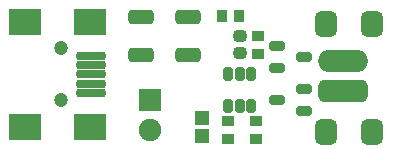
<source format=gts>
G04*
G04 #@! TF.GenerationSoftware,Altium Limited,Altium Designer,21.4.1 (30)*
G04*
G04 Layer_Color=8388736*
%FSLAX25Y25*%
%MOIN*%
G70*
G04*
G04 #@! TF.SameCoordinates,1EC51C1C-F771-4994-86DF-2D69714EE4D9*
G04*
G04*
G04 #@! TF.FilePolarity,Negative*
G04*
G01*
G75*
%ADD23R,0.10603X0.08713*%
G04:AMPARAMS|DCode=24|XSize=98.94mil|YSize=26.9mil|CornerRadius=8.72mil|HoleSize=0mil|Usage=FLASHONLY|Rotation=0.000|XOffset=0mil|YOffset=0mil|HoleType=Round|Shape=RoundedRectangle|*
%AMROUNDEDRECTD24*
21,1,0.09894,0.00945,0,0,0.0*
21,1,0.08150,0.02690,0,0,0.0*
1,1,0.01745,0.04075,-0.00472*
1,1,0.01745,-0.04075,-0.00472*
1,1,0.01745,-0.04075,0.00472*
1,1,0.01745,0.04075,0.00472*
%
%ADD24ROUNDEDRECTD24*%
G04:AMPARAMS|DCode=25|XSize=84.77mil|YSize=74.93mil|CornerRadius=20.73mil|HoleSize=0mil|Usage=FLASHONLY|Rotation=90.000|XOffset=0mil|YOffset=0mil|HoleType=Round|Shape=RoundedRectangle|*
%AMROUNDEDRECTD25*
21,1,0.08477,0.03347,0,0,90.0*
21,1,0.04331,0.07493,0,0,90.0*
1,1,0.04146,0.01673,0.02165*
1,1,0.04146,0.01673,-0.02165*
1,1,0.04146,-0.01673,-0.02165*
1,1,0.04146,-0.01673,0.02165*
%
%ADD25ROUNDEDRECTD25*%
G04:AMPARAMS|DCode=26|XSize=31.62mil|YSize=53.28mil|CornerRadius=9.91mil|HoleSize=0mil|Usage=FLASHONLY|Rotation=90.000|XOffset=0mil|YOffset=0mil|HoleType=Round|Shape=RoundedRectangle|*
%AMROUNDEDRECTD26*
21,1,0.03162,0.03347,0,0,90.0*
21,1,0.01181,0.05328,0,0,90.0*
1,1,0.01981,0.01673,0.00591*
1,1,0.01981,0.01673,-0.00591*
1,1,0.01981,-0.01673,-0.00591*
1,1,0.01981,-0.01673,0.00591*
%
%ADD26ROUNDEDRECTD26*%
%ADD27R,0.03556X0.04343*%
G04:AMPARAMS|DCode=28|XSize=86.74mil|YSize=47.37mil|CornerRadius=13.84mil|HoleSize=0mil|Usage=FLASHONLY|Rotation=0.000|XOffset=0mil|YOffset=0mil|HoleType=Round|Shape=RoundedRectangle|*
%AMROUNDEDRECTD28*
21,1,0.08674,0.01968,0,0,0.0*
21,1,0.05906,0.04737,0,0,0.0*
1,1,0.02769,0.02953,-0.00984*
1,1,0.02769,-0.02953,-0.00984*
1,1,0.02769,-0.02953,0.00984*
1,1,0.02769,0.02953,0.00984*
%
%ADD28ROUNDEDRECTD28*%
%ADD29R,0.04737X0.04737*%
%ADD30R,0.04343X0.03556*%
G04:AMPARAMS|DCode=31|XSize=43.43mil|YSize=39.5mil|CornerRadius=11.87mil|HoleSize=0mil|Usage=FLASHONLY|Rotation=180.000|XOffset=0mil|YOffset=0mil|HoleType=Round|Shape=RoundedRectangle|*
%AMROUNDEDRECTD31*
21,1,0.04343,0.01575,0,0,180.0*
21,1,0.01968,0.03950,0,0,180.0*
1,1,0.02375,-0.00984,0.00787*
1,1,0.02375,0.00984,0.00787*
1,1,0.02375,0.00984,-0.00787*
1,1,0.02375,-0.00984,-0.00787*
%
%ADD31ROUNDEDRECTD31*%
G04:AMPARAMS|DCode=32|XSize=31.62mil|YSize=47.37mil|CornerRadius=9.91mil|HoleSize=0mil|Usage=FLASHONLY|Rotation=180.000|XOffset=0mil|YOffset=0mil|HoleType=Round|Shape=RoundedRectangle|*
%AMROUNDEDRECTD32*
21,1,0.03162,0.02756,0,0,180.0*
21,1,0.01181,0.04737,0,0,180.0*
1,1,0.01981,-0.00591,0.01378*
1,1,0.01981,0.00591,0.01378*
1,1,0.01981,0.00591,-0.01378*
1,1,0.01981,-0.00591,-0.01378*
%
%ADD32ROUNDEDRECTD32*%
%ADD33C,0.04737*%
%ADD34C,0.07493*%
%ADD35R,0.07493X0.07493*%
%ADD36O,0.16548X0.07493*%
G04:AMPARAMS|DCode=37|XSize=165.48mil|YSize=74.93mil|CornerRadius=20.73mil|HoleSize=0mil|Usage=FLASHONLY|Rotation=180.000|XOffset=0mil|YOffset=0mil|HoleType=Round|Shape=RoundedRectangle|*
%AMROUNDEDRECTD37*
21,1,0.16548,0.03347,0,0,180.0*
21,1,0.12402,0.07493,0,0,180.0*
1,1,0.04146,-0.06201,0.01673*
1,1,0.04146,0.06201,0.01673*
1,1,0.04146,0.06201,-0.01673*
1,1,0.04146,-0.06201,-0.01673*
%
%ADD37ROUNDEDRECTD37*%
D23*
X128283Y108642D02*
D03*
Y143642D02*
D03*
X106590Y108642D02*
D03*
Y143642D02*
D03*
D24*
X128638Y126142D02*
D03*
Y129252D02*
D03*
Y132362D02*
D03*
Y123031D02*
D03*
Y119921D02*
D03*
D25*
X222047Y107000D02*
D03*
X206890D02*
D03*
X222047Y142913D02*
D03*
X206890D02*
D03*
D26*
X199429Y132000D02*
D03*
X190571Y128260D02*
D03*
Y135740D02*
D03*
X190571Y117500D02*
D03*
X199429Y121240D02*
D03*
Y113760D02*
D03*
D27*
X177953Y145500D02*
D03*
X172047D02*
D03*
D28*
X145172Y132602D02*
D03*
Y145398D02*
D03*
X160920Y132602D02*
D03*
Y145398D02*
D03*
D29*
X165500Y111453D02*
D03*
Y105547D02*
D03*
D30*
X174000Y110453D02*
D03*
Y104547D02*
D03*
X184000Y133047D02*
D03*
Y138953D02*
D03*
X183500Y110453D02*
D03*
Y104547D02*
D03*
D31*
X178000Y133244D02*
D03*
Y138756D02*
D03*
D32*
X174260Y115587D02*
D03*
X178000D02*
D03*
X181740D02*
D03*
Y126413D02*
D03*
X178000D02*
D03*
X174260D02*
D03*
D33*
X118500Y134783D02*
D03*
Y117500D02*
D03*
D34*
X148000Y107500D02*
D03*
D35*
Y117500D02*
D03*
D36*
X212598Y130591D02*
D03*
D37*
Y120591D02*
D03*
M02*

</source>
